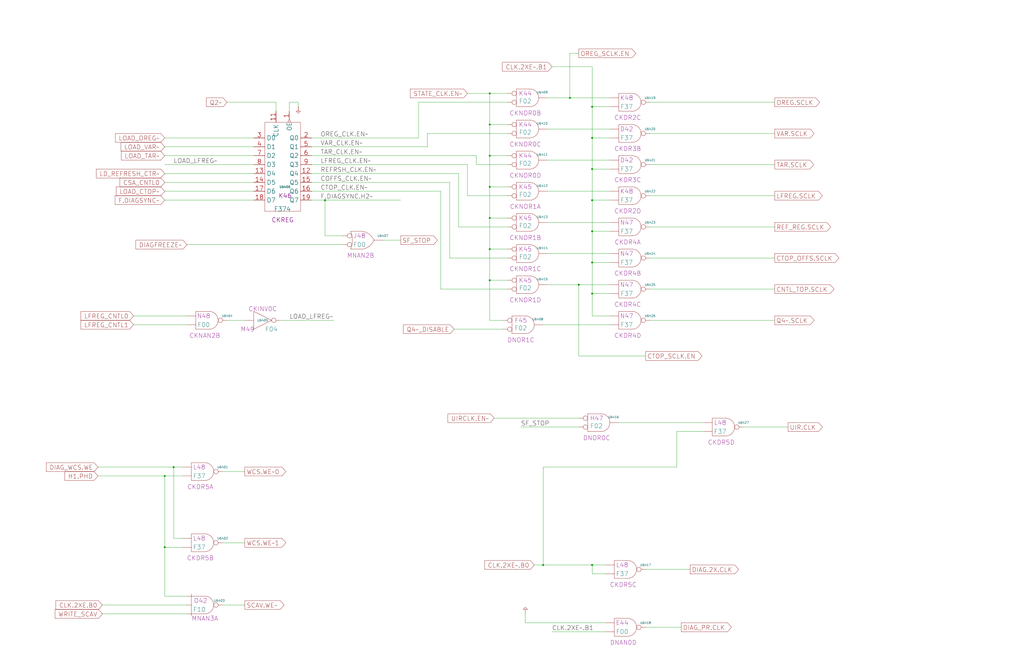
<source format=kicad_sch>
(kicad_sch (version 20250114) (generator "eeschema") (generator_version "9.0")
  (paper "User" 584.2 378.46)
  (title_block (title "CLOCK GENERATION") (date "20-MAR-90") (rev "1.0") (comment 1 "FIU") (comment 2 "232-003065") (comment 3 "S400") (comment 4 "RELEASED"))
  (lib_symbols
    (symbol "r1000:F00" (pin_numbers (hide yes)) (pin_names (hide yes))
      (property "Reference" "U" (at 15.24 0 0))
      (property "Value" "F00" (at 1.905 -5.08 0))
      (property "Location" "___" (at 1.905 0 0))
      (property "Name" "______" (at 2.54 -12.7 0))
      (symbol "F00_0_1"
        (polyline (pts (xy -2.54 2.54) (xy -2.54 -7.62)) (stroke (width 0.1524)))
        (polyline (pts (xy -2.54 2.54) (xy 5.08 2.54)) (stroke (width 0.1524)))
        (polyline (pts (xy -2.54 -7.62) (xy 5.08 -7.62)) (stroke (width 0.1524)))
        (arc (start 5.08 2.54) (mid 10.1281 -2.54) (end 5.08 -7.62) (stroke (width 0.1524)))
        (circle (center 11.43 -2.54) (radius 1.27) (stroke (width 0.1524)))
      )
      (symbol "F00_0_2"
        (arc (start -3.175 2.54) (mid -2.134 -2.54) (end -3.175 -7.62) (stroke (width 0.1524)))
        (circle (center -3.81 0) (radius 1.27) (stroke (width 0.1524)))
        (circle (center -3.81 -5.08) (radius 1.27) (stroke (width 0.1524)))
        (polyline (pts (xy -3.175 2.54) (xy 3.81 2.54)) (stroke (width 0.1524)))
        (polyline (pts (xy -3.175 -7.62) (xy 3.81 -7.62)) (stroke (width 0.1524)))
        (arc (start 3.81 2.54) (mid 7.5828 0.7472) (end 10.16 -2.54) (stroke (width 0.1524)))
        (arc (start 10.16 -2.54) (mid 7.5855 -5.8306) (end 3.81 -7.62) (stroke (width 0.1524)))
      )
      (symbol "F00_1_1"
        (pin input line (at -7.62 0 0) (length 5.08) (name "D0") (number "1"))
        (pin input line (at -7.62 -5.08 0) (length 5.08) (name "D1") (number "2"))
        (pin output line (at 15.24 -2.54 180) (length 2.54) (name "Q") (number "3"))
      )
      (symbol "F00_1_2"
        (pin input line (at -7.62 0 0) (length 2.54) (name "D0") (number "1"))
        (pin input line (at -7.62 -5.08 0) (length 2.54) (name "D1") (number "2"))
        (pin output line (at 15.24 -2.54 180) (length 5.08) (name "Q") (number "3"))
      )
    )
    (symbol "r1000:F02" (pin_numbers (hide yes)) (pin_names (hide yes))
      (property "Reference" "U" (at 12.16 0.635 0))
      (property "Value" "F02" (at -1.27 -4.445 0))
      (property "Location" "___" (at 2.54 0 0))
      (property "Name" "______" (at 2.54 -12.7 0))
      (symbol "F02_0_1"
        (arc (start -3.81 2.54) (mid -2.9847 -2.54) (end -3.81 -7.62) (stroke (width 0.1524)))
        (polyline (pts (xy -5.08 0) (xy -3.175 0)) (stroke (width 0.1524)))
        (polyline (pts (xy -5.08 -5.08) (xy -3.175 -5.08)) (stroke (width 0.1524)))
        (polyline (pts (xy -3.81 2.54) (xy 2.54 2.54)) (stroke (width 0.1524)))
        (polyline (pts (xy -3.81 -7.62) (xy 2.54 -7.62)) (stroke (width 0.1524)))
        (arc (start 2.54 2.54) (mid 6.9477 0.8966) (end 10.16 -2.54) (stroke (width 0.1524)))
        (arc (start 10.16 -2.54) (mid 6.9515 -5.9823) (end 2.54 -7.62) (stroke (width 0.1524)))
        (circle (center 11.43 -2.54) (radius 1.27) (stroke (width 0.1524)))
        (polyline (pts (xy 13.97 -2.54) (xy 12.7 -2.54)) (stroke (width 0.1524)))
      )
      (symbol "F02_0_2"
        (circle (center -3.81 0) (radius 1.27) (stroke (width 0.1524)))
        (circle (center -3.81 -5.08) (radius 1.27) (stroke (width 0.1524)))
        (polyline (pts (xy -2.54 2.54) (xy -2.54 -7.62)) (stroke (width 0.1524)))
        (polyline (pts (xy -2.54 2.54) (xy 5.08 2.54)) (stroke (width 0.1524)))
        (polyline (pts (xy -2.54 -7.62) (xy 5.08 -7.62)) (stroke (width 0.1524)))
        (arc (start 5.08 2.54) (mid 10.1281 -2.54) (end 5.08 -7.62) (stroke (width 0.1524)))
        (polyline (pts (xy 11.43 -2.54) (xy 10.16 -2.54)) (stroke (width 0.1524)))
        (polyline (pts (xy 11.43 -2.54) (xy 12.7 -2.54)) (stroke (width 0.1524)))
      )
      (symbol "F02_1_1"
        (pin input line (at -7.62 0 0) (length 2.54) (name "D0") (number "1"))
        (pin input line (at -7.62 -5.08 0) (length 2.54) (name "D1") (number "2"))
        (pin output line (at 15.24 -2.54 180) (length 1.27) (name "Q") (number "3"))
      )
      (symbol "F02_1_2"
        (pin input line (at -7.62 0 0) (length 2.54) (name "D0") (number "1"))
        (pin input line (at -7.62 -5.08 0) (length 2.54) (name "D1") (number "2"))
        (pin output line (at 15.24 -2.54 180) (length 2.54) (name "Q") (number "3"))
      )
    )
    (symbol "r1000:F04" (pin_numbers (hide yes)) (pin_names (hide yes))
      (property "Reference" "U" (at 0 0 0))
      (property "Value" "F04" (at 1.27 -5.08 0))
      (property "Location" "___" (at -12.7 -5.08 0))
      (property "Name" "______" (at 0 5.08 0))
      (symbol "F04_0_1"
        (polyline (pts (xy -7.62 0) (xy -5.08 0)) (stroke (width 0.1524)))
        (polyline (pts (xy -5.08 5.08) (xy -5.08 -5.08)) (stroke (width 0.1524)))
        (polyline (pts (xy 5.08 0) (xy -5.08 5.08)) (stroke (width 0.1524)))
        (polyline (pts (xy 5.08 0) (xy -5.08 -5.08)) (stroke (width 0.1524)))
        (circle (center 6.35 0) (radius 1.27) (stroke (width 0.1524)))
      )
      (symbol "F04_1_1"
        (pin input line (at -10.16 0 0) (length 2.54) (name "D0") (number "1"))
        (pin output line (at 10.16 0 180) (length 2.54) (name "Q") (number "2"))
      )
    )
    (symbol "r1000:F10" (pin_numbers (hide yes)) (pin_names (hide yes))
      (property "Reference" "U" (at 13.335 0 0))
      (property "Value" "F10" (at 5.715 -5.08 0))
      (property "Location" "___" (at -1.27 0 0))
      (property "Name" "______" (at -2.54 -10.16 0))
      (symbol "F10_0_1"
        (polyline (pts (xy -2.54 3.81) (xy -2.54 -8.89)) (stroke (width 0.1524)))
        (polyline (pts (xy -2.54 2.54) (xy 5.08 2.54)) (stroke (width 0.1524)))
        (polyline (pts (xy -2.54 -7.62) (xy 5.08 -7.62)) (stroke (width 0.1524)))
        (arc (start 5.08 2.54) (mid 10.1281 -2.54) (end 5.08 -7.62) (stroke (width 0.1524)))
        (circle (center 11.43 -2.54) (radius 1.27) (stroke (width 0.1524)))
      )
      (symbol "F10_0_2"
        (arc (start -2.54 2.54) (mid -1.8195 -2.54) (end -2.54 -7.62) (stroke (width 0.1524)))
        (polyline (pts (xy -4.445 -2.54) (xy -5.08 -2.54)) (stroke (width 0.1524)))
        (circle (center -3.81 2.54) (radius 1.27) (stroke (width 0.1524)))
        (circle (center -3.81 -7.62) (radius 1.27) (stroke (width 0.1524)))
        (circle (center -3.175 -2.54) (radius 1.27) (stroke (width 0.1524)))
        (polyline (pts (xy -2.54 2.54) (xy 5.08 2.54)) (stroke (width 0.1524)))
        (polyline (pts (xy -2.54 -7.62) (xy 5.08 -7.62)) (stroke (width 0.1524)))
        (arc (start 5.08 2.54) (mid 8.4807 0.6111) (end 10.795 -2.54) (stroke (width 0.1524)))
        (arc (start 10.795 -2.54) (mid 8.4844 -5.6952) (end 5.08 -7.62) (stroke (width 0.1524)))
        (polyline (pts (xy 10.795 -2.54) (xy 12.7 -2.54)) (stroke (width 0.1524)))
      )
      (symbol "F10_1_1"
        (pin input line (at -5.08 2.54 0) (length 2.54) (name "D0") (number "1"))
        (pin input line (at -5.08 -2.54 0) (length 2.54) (name "D1") (number "2"))
        (pin input line (at -5.08 -7.62 0) (length 2.54) (name "D2") (number "3"))
        (pin output line (at 15.24 -2.54 180) (length 2.54) (name "Q") (number "4"))
      )
      (symbol "F10_1_2"
        (pin input line (at -5.08 2.54 0) (length 0) (name "D0") (number "1"))
        (pin input line (at -5.08 -2.54 0) (length 0) (name "D1") (number "2"))
        (pin input line (at -5.08 -7.62 0) (length 0) (name "D2") (number "3"))
        (pin output line (at 15.24 -2.54 180) (length 2.54) (name "Q") (number "4"))
      )
    )
    (symbol "r1000:F37" (pin_numbers (hide yes)) (pin_names (offset 0) (hide yes))
      (property "Reference" "U" (at 15.24 0 0))
      (property "Value" "F37" (at 1.905 -5.08 0))
      (property "Location" "___" (at 1.905 0 0))
      (property "Name" "______" (at 2.54 -12.7 0))
      (symbol "F37_0_1"
        (polyline (pts (xy -2.54 2.54) (xy -2.54 -7.62)) (stroke (width 0.1524)))
        (polyline (pts (xy -2.54 2.54) (xy 5.08 2.54)) (stroke (width 0.1524)))
        (polyline (pts (xy -2.54 -7.62) (xy 5.08 -7.62)) (stroke (width 0.1524)))
        (arc (start 5.08 2.54) (mid 10.1281 -2.54) (end 5.08 -7.62) (stroke (width 0.1524)))
        (circle (center 11.43 -2.54) (radius 1.27) (stroke (width 0.1524)))
      )
      (symbol "F37_0_2"
        (arc (start -3.175 2.54) (mid -2.134 -2.54) (end -3.175 -7.62) (stroke (width 0.1524)))
        (circle (center -3.81 0) (radius 1.27) (stroke (width 0.1524)))
        (circle (center -3.81 -5.08) (radius 1.27) (stroke (width 0.1524)))
        (polyline (pts (xy -3.175 2.54) (xy 3.81 2.54)) (stroke (width 0.1524)))
        (polyline (pts (xy -3.175 -7.62) (xy 3.81 -7.62)) (stroke (width 0.1524)))
        (arc (start 3.81 2.54) (mid 7.5828 0.7472) (end 10.16 -2.54) (stroke (width 0.1524)))
        (arc (start 10.16 -2.54) (mid 7.5855 -5.8306) (end 3.81 -7.62) (stroke (width 0.1524)))
      )
      (symbol "F37_1_1"
        (pin input line (at -7.62 0 0) (length 5.08) (name "D0") (number "1"))
        (pin input line (at -7.62 -5.08 0) (length 5.08) (name "D1") (number "2"))
        (pin output line (at 15.24 -2.54 180) (length 2.54) (name "Q") (number "3"))
      )
      (symbol "F37_1_2"
        (pin input line (at -7.62 0 0) (length 2.54) (name "D0") (number "1"))
        (pin input line (at -7.62 -5.08 0) (length 2.54) (name "D1") (number "2"))
        (pin output line (at 15.24 -2.54 180) (length 5.08) (name "Q") (number "3"))
      )
    )
    (symbol "r1000:F374" (pin_names (offset 1.016))
      (property "Reference" "U" (at 2.54 5.08 0))
      (property "Value" "F374" (at -3.81 -7.62 0))
      (property "Location" "___" (at -1.27 0 0))
      (property "Name" "______" (at 1.27 -15.24 0))
      (symbol "F374_1_1"
        (rectangle (start -8.89 41.91) (end 11.43 -8.89))
        (circle (center 5.08 42.545) (radius 0.635))
        (pin input line (at -15.24 33.02 0) (length 6.35) (name "D0") (number "3"))
        (pin input line (at -15.24 27.94 0) (length 6.35) (name "D1") (number "4"))
        (pin input line (at -15.24 22.86 0) (length 6.35) (name "D2") (number "7"))
        (pin input line (at -15.24 17.78 0) (length 6.35) (name "D3") (number "8"))
        (pin input line (at -15.24 12.7 0) (length 6.35) (name "D4") (number "13"))
        (pin input line (at -15.24 7.62 0) (length 6.35) (name "D5") (number "14"))
        (pin input line (at -15.24 2.54 0) (length 6.35) (name "D6") (number "17"))
        (pin input line (at -15.24 -2.54 0) (length 6.35) (name "D7") (number "18"))
        (pin input line (at -2.54 48.26 270) (length 6.35) (name "CLK") (number "11"))
        (pin input line (at 5.08 48.26 270) (length 5.08) (name "OE") (number "1"))
        (pin tri_state line (at 17.78 33.02 180) (length 6.35) (name "Q0") (number "2"))
        (pin tri_state line (at 17.78 27.94 180) (length 6.35) (name "Q1") (number "5"))
        (pin tri_state line (at 17.78 22.86 180) (length 6.35) (name "Q2") (number "6"))
        (pin tri_state line (at 17.78 17.78 180) (length 6.35) (name "Q3") (number "9"))
        (pin tri_state line (at 17.78 12.7 180) (length 6.35) (name "Q4") (number "12"))
        (pin tri_state line (at 17.78 7.62 180) (length 6.35) (name "Q5") (number "15"))
        (pin tri_state line (at 17.78 2.54 180) (length 6.35) (name "Q6") (number "16"))
        (pin tri_state line (at 17.78 -2.54 180) (length 6.35) (name "Q7") (number "19"))
      )
    )
    (symbol "r1000:PD" (power) (pin_numbers (hide yes)) (pin_names (hide yes)) (in_bom no)
      (symbol "PD_0_1"
        (polyline (pts (xy 0 -2.54) (xy 1.27 -2.54) (xy 0 -3.81) (xy -1.27 -2.54) (xy 0 -2.54)) (stroke (width 0.1524)))
      )
      (symbol "PD_1_1"
        (pin power_in line (at 0 0 270) (length 2.54) (name "PD") (number "1"))
      )
    )
    (symbol "r1000:PU" (power) (pin_numbers (hide yes)) (pin_names (hide yes))
      (symbol "PU_0_1"
        (polyline (pts (xy 0 2.54) (xy -1.27 2.54) (xy 0 3.81) (xy 1.27 2.54) (xy 0 2.54)) (stroke (width 0.1524)))
      )
      (symbol "PU_1_1"
        (pin power_in line (at 0 0 90) (length 2.54) (name "PU") (number "1"))
      )
    )
  )
  (junction (at 337.82 167.64))
  (junction (at 337.82 132.08))
  (junction (at 337.82 78.74))
  (junction (at 309.88 322.58))
  (junction (at 337.82 322.58))
  (junction (at 330.2 162.56))
  (junction (at 325.12 55.88))
  (junction (at 279.4 88.9))
  (junction (at 337.82 114.3))
  (junction (at 337.82 96.52))
  (junction (at 337.82 149.86))
  (junction (at 279.4 53.34))
  (junction (at 337.82 60.96))
  (junction (at 99.06 266.7))
  (junction (at 93.98 312.42))
  (junction (at 279.4 106.68))
  (junction (at 185.42 114.3))
  (junction (at 279.4 71.12))
  (junction (at 93.98 271.78))
  (junction (at 279.4 160.02))
  (junction (at 279.4 124.46))
  (junction (at 279.4 142.24))
  (wire (pts (xy 170.18 58.42) (xy 170.18 60.96)))
  (wire (pts (xy 312.42 109.22) (xy 347.98 109.22)))
  (wire (pts (xy 127 345.44) (xy 139.7 345.44)))
  (wire (pts (xy 424.18 243.84) (xy 449.58 243.84)))
  (wire (pts (xy 337.82 167.64) (xy 337.82 149.86)))
  (wire (pts (xy 279.4 88.9) (xy 279.4 71.12)))
  (wire (pts (xy 353.06 241.3) (xy 401.32 241.3)))
  (wire (pts (xy 157.48 63.5) (xy 157.48 58.42)))
  (wire (pts (xy 185.42 114.3) (xy 228.6 114.3)))
  (wire (pts (xy 177.8 83.82) (xy 243.84 83.82)))
  (wire (pts (xy 93.98 104.14) (xy 144.78 104.14)))
  (wire (pts (xy 93.98 78.74) (xy 144.78 78.74)))
  (wire (pts (xy 266.7 93.98) (xy 266.7 111.76)))
  (wire (pts (xy 127 309.88) (xy 139.7 309.88)))
  (wire (pts (xy 279.4 124.46) (xy 279.4 106.68)))
  (wire (pts (xy 279.4 88.9) (xy 289.56 88.9)))
  (wire (pts (xy 93.98 114.3) (xy 144.78 114.3)))
  (wire (pts (xy 337.82 78.74) (xy 337.82 60.96)))
  (wire (pts (xy 177.8 109.22) (xy 251.46 109.22)))
  (wire (pts (xy 289.56 160.02) (xy 279.4 160.02)))
  (wire (pts (xy 386.08 246.38) (xy 386.08 266.7)))
  (wire (pts (xy 281.94 238.76) (xy 330.2 238.76)))
  (wire (pts (xy 218.44 137.16) (xy 228.6 137.16)))
  (wire (pts (xy 370.84 182.88) (xy 441.96 182.88)))
  (wire (pts (xy 337.82 180.34) (xy 337.82 167.64)))
  (wire (pts (xy 185.42 134.62) (xy 185.42 114.3)))
  (wire (pts (xy 93.98 88.9) (xy 144.78 88.9)))
  (wire (pts (xy 312.42 144.78) (xy 347.98 144.78)))
  (wire (pts (xy 401.32 246.38) (xy 386.08 246.38)))
  (wire (pts (xy 243.84 76.2) (xy 289.56 76.2)))
  (wire (pts (xy 271.78 93.98) (xy 289.56 93.98)))
  (wire (pts (xy 93.98 312.42) (xy 93.98 271.78)))
  (wire (pts (xy 93.98 340.36) (xy 93.98 312.42)))
  (wire (pts (xy 106.68 340.36) (xy 93.98 340.36)))
  (wire (pts (xy 177.8 114.3) (xy 185.42 114.3)))
  (wire (pts (xy 347.98 180.34) (xy 337.82 180.34)))
  (wire (pts (xy 266.7 111.76) (xy 289.56 111.76)))
  (wire (pts (xy 76.2 185.42) (xy 106.68 185.42)))
  (wire (pts (xy 347.98 114.3) (xy 337.82 114.3)))
  (wire (pts (xy 251.46 165.1) (xy 289.56 165.1)))
  (wire (pts (xy 104.14 312.42) (xy 93.98 312.42)))
  (wire (pts (xy 279.4 182.88) (xy 279.4 160.02)))
  (wire (pts (xy 76.2 180.34) (xy 106.68 180.34)))
  (wire (pts (xy 99.06 266.7) (xy 104.14 266.7)))
  (wire (pts (xy 368.3 203.2) (xy 330.2 203.2)))
  (wire (pts (xy 304.8 322.58) (xy 309.88 322.58)))
  (wire (pts (xy 279.4 142.24) (xy 279.4 124.46)))
  (wire (pts (xy 55.88 266.7) (xy 99.06 266.7)))
  (wire (pts (xy 370.84 165.1) (xy 441.96 165.1)))
  (wire (pts (xy 58.42 350.52) (xy 106.68 350.52)))
  (wire (pts (xy 243.84 83.82) (xy 243.84 76.2)))
  (wire (pts (xy 238.76 78.74) (xy 238.76 58.42)))
  (wire (pts (xy 279.4 53.34) (xy 289.56 53.34)))
  (wire (pts (xy 271.78 88.9) (xy 271.78 93.98)))
  (wire (pts (xy 177.8 88.9) (xy 271.78 88.9)))
  (wire (pts (xy 106.68 139.7) (xy 195.58 139.7)))
  (wire (pts (xy 104.14 307.34) (xy 99.06 307.34)))
  (wire (pts (xy 312.42 91.44) (xy 347.98 91.44)))
  (wire (pts (xy 279.4 106.68) (xy 279.4 88.9)))
  (wire (pts (xy 297.18 243.84) (xy 330.2 243.84)))
  (wire (pts (xy 347.98 167.64) (xy 337.82 167.64)))
  (wire (pts (xy 93.98 99.06) (xy 144.78 99.06)))
  (wire (pts (xy 279.4 142.24) (xy 289.56 142.24)))
  (wire (pts (xy 256.54 147.32) (xy 289.56 147.32)))
  (wire (pts (xy 347.98 96.52) (xy 337.82 96.52)))
  (wire (pts (xy 93.98 109.22) (xy 144.78 109.22)))
  (wire (pts (xy 238.76 58.42) (xy 289.56 58.42)))
  (wire (pts (xy 345.44 355.6) (xy 299.72 355.6)))
  (wire (pts (xy 279.4 71.12) (xy 289.56 71.12)))
  (wire (pts (xy 99.06 307.34) (xy 99.06 266.7)))
  (wire (pts (xy 279.4 106.68) (xy 289.56 106.68)))
  (wire (pts (xy 259.08 187.96) (xy 287.02 187.96)))
  (wire (pts (xy 370.84 93.98) (xy 441.96 93.98)))
  (wire (pts (xy 325.12 55.88) (xy 347.98 55.88)))
  (wire (pts (xy 370.84 76.2) (xy 441.96 76.2)))
  (wire (pts (xy 312.42 55.88) (xy 325.12 55.88)))
  (wire (pts (xy 370.84 147.32) (xy 441.96 147.32)))
  (wire (pts (xy 330.2 203.2) (xy 330.2 162.56)))
  (wire (pts (xy 93.98 83.82) (xy 144.78 83.82)))
  (wire (pts (xy 58.42 345.44) (xy 106.68 345.44)))
  (wire (pts (xy 177.8 78.74) (xy 238.76 78.74)))
  (wire (pts (xy 256.54 104.14) (xy 256.54 147.32)))
  (wire (pts (xy 347.98 149.86) (xy 337.82 149.86)))
  (wire (pts (xy 330.2 30.48) (xy 325.12 30.48)))
  (wire (pts (xy 325.12 30.48) (xy 325.12 55.88)))
  (wire (pts (xy 312.42 127) (xy 347.98 127)))
  (wire (pts (xy 347.98 132.08) (xy 337.82 132.08)))
  (wire (pts (xy 165.1 58.42) (xy 165.1 63.5)))
  (wire (pts (xy 279.4 124.46) (xy 289.56 124.46)))
  (wire (pts (xy 337.82 38.1) (xy 314.96 38.1)))
  (wire (pts (xy 337.82 60.96) (xy 337.82 38.1)))
  (wire (pts (xy 251.46 109.22) (xy 251.46 165.1)))
  (wire (pts (xy 157.48 58.42) (xy 129.54 58.42)))
  (wire (pts (xy 266.7 53.34) (xy 279.4 53.34)))
  (wire (pts (xy 370.84 129.54) (xy 441.96 129.54)))
  (wire (pts (xy 177.8 93.98) (xy 266.7 93.98)))
  (wire (pts (xy 312.42 162.56) (xy 330.2 162.56)))
  (wire (pts (xy 337.82 132.08) (xy 337.82 114.3)))
  (wire (pts (xy 177.8 99.06) (xy 261.62 99.06)))
  (wire (pts (xy 337.82 327.66) (xy 337.82 322.58)))
  (wire (pts (xy 127 269.24) (xy 139.7 269.24)))
  (wire (pts (xy 299.72 355.6) (xy 299.72 350.52)))
  (wire (pts (xy 93.98 271.78) (xy 104.14 271.78)))
  (wire (pts (xy 312.42 73.66) (xy 347.98 73.66)))
  (wire (pts (xy 309.88 266.7) (xy 309.88 322.58)))
  (wire (pts (xy 347.98 60.96) (xy 337.82 60.96)))
  (wire (pts (xy 330.2 162.56) (xy 347.98 162.56)))
  (wire (pts (xy 93.98 93.98) (xy 144.78 93.98)))
  (wire (pts (xy 170.18 58.42) (xy 165.1 58.42)))
  (wire (pts (xy 368.3 358.14) (xy 388.62 358.14)))
  (wire (pts (xy 370.84 111.76) (xy 441.96 111.76)))
  (wire (pts (xy 261.62 129.54) (xy 289.56 129.54)))
  (wire (pts (xy 386.08 266.7) (xy 309.88 266.7)))
  (wire (pts (xy 337.82 96.52) (xy 337.82 78.74)))
  (wire (pts (xy 337.82 322.58) (xy 345.44 322.58)))
  (wire (pts (xy 279.4 160.02) (xy 279.4 142.24)))
  (wire (pts (xy 314.96 360.68) (xy 345.44 360.68)))
  (wire (pts (xy 337.82 114.3) (xy 337.82 96.52)))
  (wire (pts (xy 309.88 185.42) (xy 347.98 185.42)))
  (wire (pts (xy 261.62 99.06) (xy 261.62 129.54)))
  (wire (pts (xy 368.3 325.12) (xy 393.7 325.12)))
  (wire (pts (xy 309.88 322.58) (xy 337.82 322.58)))
  (wire (pts (xy 279.4 71.12) (xy 279.4 53.34)))
  (wire (pts (xy 177.8 104.14) (xy 256.54 104.14)))
  (wire (pts (xy 287.02 182.88) (xy 279.4 182.88)))
  (wire (pts (xy 129.54 182.88) (xy 139.7 182.88)))
  (wire (pts (xy 345.44 327.66) (xy 337.82 327.66)))
  (wire (pts (xy 160.02 182.88) (xy 190.5 182.88)))
  (wire (pts (xy 337.82 149.86) (xy 337.82 132.08)))
  (wire (pts (xy 370.84 58.42) (xy 441.96 58.42)))
  (wire (pts (xy 195.58 134.62) (xy 185.42 134.62)))
  (wire (pts (xy 347.98 78.74) (xy 337.82 78.74)))
  (wire (pts (xy 55.88 271.78) (xy 93.98 271.78)))
  (label "CLK.2XE~.B1" (at 314.96 360.68 0) (effects (font (size 2.54 2.54))))
  (label "TAR_CLK.EN~" (at 182.88 88.9 0) (effects (font (size 2.54 2.54))))
  (label "VAR_CLK.EN~" (at 182.88 83.82 0) (effects (font (size 2.54 2.54))))
  (label "LFREG_CLK.EN~" (at 182.88 93.98 0) (effects (font (size 2.54 2.54))))
  (label "OREG_CLK.EN~" (at 182.88 78.74 0) (effects (font (size 2.54 2.54))))
  (label "COFFS_CLK.EN~" (at 182.88 104.14 0) (effects (font (size 2.54 2.54))))
  (label "REFRSH_CLK.EN~" (at 182.88 99.06 0) (effects (font (size 2.54 2.54))))
  (label "LOAD_LFREG~" (at 165.1 182.88 0) (effects (font (size 2.54 2.54))))
  (label "F.DIAGSYNC.H2~" (at 182.88 114.3 0) (effects (font (size 2.54 2.54))))
  (label "CTOP_CLK.EN~" (at 182.88 109.22 0) (effects (font (size 2.54 2.54))))
  (label "LOAD_LFREG~" (at 99.06 93.98 0) (effects (font (size 2.54 2.54))))
  (label "SF_STOP" (at 297.18 243.84 0) (effects (font (size 2.54 2.54))))
  (global_label "WCS.WE~1" (shape output) (at 139.7 309.88 0) (effects (font (size 2.54 2.54))) (property "Intersheetrefs" "${INTERSHEET_REFS}" (at 162.8412 309.7213 0) (effects (font (size 1.905 1.905)) (justify left))))
  (global_label "SF_STOP" (shape output) (at 228.6 137.16 0) (effects (font (size 2.54 2.54))) (property "Intersheetrefs" "${INTERSHEET_REFS}" (at 249.3222 137.0013 0) (effects (font (size 1.905 1.905)) (justify left))))
  (global_label "CNTL_TOP.SCLK" (shape output) (at 441.96 165.1 0) (effects (font (size 2.54 2.54))) (property "Intersheetrefs" "${INTERSHEET_REFS}" (at 475.6241 164.9413 0) (effects (font (size 1.905 1.905)) (justify left))))
  (global_label "WRITE_SCAV" (shape input) (at 58.42 350.52 180) (effects (font (size 2.54 2.54))) (property "Intersheetrefs" "${INTERSHEET_REFS}" (at 31.6502 350.3613 0) (effects (font (size 1.905 1.905)) (justify right))))
  (global_label "OREG.SCLK" (shape output) (at 441.96 58.42 0) (effects (font (size 2.54 2.54))) (property "Intersheetrefs" "${INTERSHEET_REFS}" (at 467.3993 58.2613 0) (effects (font (size 1.905 1.905)) (justify left))))
  (global_label "LOAD_VAR~" (shape input) (at 93.98 83.82 180) (effects (font (size 2.54 2.54))) (property "Intersheetrefs" "${INTERSHEET_REFS}" (at 69.2664 83.6613 0) (effects (font (size 1.905 1.905)) (justify right))))
  (global_label "LOAD_CTOP~" (shape input) (at 93.98 109.22 180) (effects (font (size 2.54 2.54))) (property "Intersheetrefs" "${INTERSHEET_REFS}" (at 66.4845 109.0613 0) (effects (font (size 1.905 1.905)) (justify right))))
  (global_label "CTOP_OFFS.SCLK" (shape output) (at 441.96 147.32 0) (effects (font (size 2.54 2.54))) (property "Intersheetrefs" "${INTERSHEET_REFS}" (at 478.406 147.1613 0) (effects (font (size 1.905 1.905)) (justify left))))
  (global_label "DIAG_WCS.WE" (shape input) (at 55.88 266.7 180) (effects (font (size 2.54 2.54))) (property "Intersheetrefs" "${INTERSHEET_REFS}" (at 26.3797 266.5413 0) (effects (font (size 1.905 1.905)) (justify right))))
  (global_label "DIAG.2X.CLK" (shape output) (at 393.7 325.12 0) (effects (font (size 2.54 2.54))) (property "Intersheetrefs" "${INTERSHEET_REFS}" (at 421.1955 324.9613 0) (effects (font (size 1.905 1.905)) (justify left))))
  (global_label "Q2~" (shape input) (at 129.54 58.42 180) (effects (font (size 2.54 2.54))) (property "Intersheetrefs" "${INTERSHEET_REFS}" (at 118.0102 58.2613 0) (effects (font (size 1.905 1.905)) (justify right))))
  (global_label "H1.PHD" (shape input) (at 55.88 271.78 180) (effects (font (size 2.54 2.54))) (property "Intersheetrefs" "${INTERSHEET_REFS}" (at 37.214 271.6213 0) (effects (font (size 1.905 1.905)) (justify right))))
  (global_label "LD_REFRESH_CTR~" (shape input) (at 93.98 99.06 180) (effects (font (size 2.54 2.54))) (property "Intersheetrefs" "${INTERSHEET_REFS}" (at 55.115 98.9013 0) (effects (font (size 1.905 1.905)) (justify right))))
  (global_label "F.DIAGSYNC~" (shape input) (at 93.98 114.3 180) (effects (font (size 2.54 2.54))) (property "Intersheetrefs" "${INTERSHEET_REFS}" (at 65.8797 114.1413 0) (effects (font (size 1.905 1.905)) (justify right))))
  (global_label "DIAG_PR.CLK" (shape output) (at 388.62 358.14 0) (effects (font (size 2.54 2.54))) (property "Intersheetrefs" "${INTERSHEET_REFS}" (at 417.0831 357.9813 0) (effects (font (size 1.905 1.905)) (justify left))))
  (global_label "LFREG.SCLK" (shape output) (at 441.96 111.76 0) (effects (font (size 2.54 2.54))) (property "Intersheetrefs" "${INTERSHEET_REFS}" (at 468.9717 111.6013 0) (effects (font (size 1.905 1.905)) (justify left))))
  (global_label "WCS.WE~0" (shape output) (at 139.7 269.24 0) (effects (font (size 2.54 2.54))) (property "Intersheetrefs" "${INTERSHEET_REFS}" (at 162.8412 269.0813 0) (effects (font (size 1.905 1.905)) (justify left))))
  (global_label "TAR.SCLK" (shape output) (at 441.96 93.98 0) (effects (font (size 2.54 2.54))) (property "Intersheetrefs" "${INTERSHEET_REFS}" (at 464.0126 93.8213 0) (effects (font (size 1.905 1.905)) (justify left))))
  (global_label "LFREG_CNTL1" (shape input) (at 76.2 185.42 180) (effects (font (size 2.54 2.54))) (property "Intersheetrefs" "${INTERSHEET_REFS}" (at 46.4064 185.2613 0) (effects (font (size 1.905 1.905)) (justify right))))
  (global_label "LFREG_CNTL0" (shape input) (at 76.2 180.34 180) (effects (font (size 2.54 2.54))) (property "Intersheetrefs" "${INTERSHEET_REFS}" (at 46.4064 180.1813 0) (effects (font (size 1.905 1.905)) (justify right))))
  (global_label "REF_REG.SCLK" (shape output) (at 441.96 129.54 0) (effects (font (size 2.54 2.54))) (property "Intersheetrefs" "${INTERSHEET_REFS}" (at 473.6888 129.3813 0) (effects (font (size 1.905 1.905)) (justify left))))
  (global_label "CLK.2XE~.B0" (shape input) (at 304.8 322.58 180) (effects (font (size 2.54 2.54))) (property "Intersheetrefs" "${INTERSHEET_REFS}" (at 276.6997 322.4213 0) (effects (font (size 1.905 1.905)) (justify right))))
  (global_label "CLK.2XE.B0" (shape input) (at 58.42 345.44 180) (effects (font (size 2.54 2.54))) (property "Intersheetrefs" "${INTERSHEET_REFS}" (at 32.134 345.2813 0) (effects (font (size 1.905 1.905)) (justify right))))
  (global_label "SCAV.WE~" (shape output) (at 139.7 345.44 0) (effects (font (size 2.54 2.54))) (property "Intersheetrefs" "${INTERSHEET_REFS}" (at 161.8736 345.2813 0) (effects (font (size 1.905 1.905)) (justify left))))
  (global_label "LOAD_OREG~" (shape input) (at 93.98 78.74 180) (effects (font (size 2.54 2.54))) (property "Intersheetrefs" "${INTERSHEET_REFS}" (at 65.9311 78.5813 0) (effects (font (size 1.905 1.905)) (justify right))))
  (global_label "UIRCLK.EN~" (shape input) (at 281.94 238.76 180) (effects (font (size 2.54 2.54))) (property "Intersheetrefs" "${INTERSHEET_REFS}" (at 255.775 238.6013 0) (effects (font (size 1.905 1.905)) (justify right))))
  (global_label "STATE_CLK.EN~" (shape input) (at 266.7 53.34 180) (effects (font (size 2.54 2.54))) (property "Intersheetrefs" "${INTERSHEET_REFS}" (at 234.2455 53.1813 0) (effects (font (size 1.905 1.905)) (justify right))))
  (global_label "VAR.SCLK" (shape output) (at 441.96 76.2 0) (effects (font (size 2.54 2.54))) (property "Intersheetrefs" "${INTERSHEET_REFS}" (at 464.2545 76.0413 0) (effects (font (size 1.905 1.905)) (justify left))))
  (global_label "OREG_SCLK.EN" (shape output) (at 330.2 30.48 0) (effects (font (size 2.54 2.54))) (property "Intersheetrefs" "${INTERSHEET_REFS}" (at 362.5336 30.3213 0) (effects (font (size 1.905 1.905)) (justify left))))
  (global_label "Q4~.SCLK" (shape output) (at 441.96 182.88 0) (effects (font (size 2.54 2.54))) (property "Intersheetrefs" "${INTERSHEET_REFS}" (at 464.2545 182.7213 0) (effects (font (size 1.905 1.905)) (justify left))))
  (global_label "UIR.CLK" (shape output) (at 449.58 243.84 0) (effects (font (size 2.54 2.54))) (property "Intersheetrefs" "${INTERSHEET_REFS}" (at 468.9717 243.6813 0) (effects (font (size 1.905 1.905)) (justify left))))
  (global_label "CSA_CNTL0" (shape input) (at 93.98 104.14 180) (effects (font (size 2.54 2.54))) (property "Intersheetrefs" "${INTERSHEET_REFS}" (at 68.6616 103.9813 0) (effects (font (size 1.905 1.905)) (justify right))))
  (global_label "Q4~_DISABLE" (shape input) (at 259.08 187.96 180) (effects (font (size 2.54 2.54))) (property "Intersheetrefs" "${INTERSHEET_REFS}" (at 230.375 187.8013 0) (effects (font (size 1.905 1.905)) (justify right))))
  (global_label "CTOP_SCLK.EN" (shape output) (at 368.3 203.2 0) (effects (font (size 2.54 2.54))) (property "Intersheetrefs" "${INTERSHEET_REFS}" (at 400.2707 203.0413 0) (effects (font (size 1.905 1.905)) (justify left))))
  (global_label "CLK.2XE~.B1" (shape input) (at 314.96 38.1 180) (effects (font (size 2.54 2.54))) (property "Intersheetrefs" "${INTERSHEET_REFS}" (at 286.8597 37.9413 0) (effects (font (size 1.905 1.905)) (justify right))))
  (global_label "LOAD_TAR~" (shape input) (at 93.98 88.9 180) (effects (font (size 2.54 2.54))) (property "Intersheetrefs" "${INTERSHEET_REFS}" (at 69.5083 88.7413 0) (effects (font (size 1.905 1.905)) (justify right))))
  (global_label "DIAGFREEZE~" (shape input) (at 106.68 139.7 180) (effects (font (size 2.54 2.54))) (property "Intersheetrefs" "${INTERSHEET_REFS}" (at 77.7331 139.5413 0) (effects (font (size 1.905 1.905)) (justify right))))
  (symbol (lib_id "r1000:F37") (at 355.6 109.22 0) (unit 1)
    (property "Reference" "U6422" (at 370.84 109.22 0))
    (property "Value" "F37" (at 357.505 114.3 0) (effects (font (size 2.54 2.54))))
    (property "Location" "K48" (at 357.505 109.22 0) (effects (font (size 2.54 2.54))))
    (property "Name" "CKDR2D" (at 358.14 121.92 0) (effects (font (size 2.54 2.54)) (justify bottom)))
  )
  (symbol (lib_id "r1000:F10") (at 111.76 342.9 0) (unit 1)
    (property "Reference" "U6403" (at 125.095 342.9 0))
    (property "Value" "F10" (at 117.475 347.98 0) (effects (font (size 2.54 2.54)) (justify right)))
    (property "Location" "O42" (at 110.49 342.9 0) (effects (font (size 2.54 2.54)) (justify left)))
    (property "Name" "MNAN3A" (at 109.22 353.06 0) (effects (font (size 2.54 2.54)) (justify left)))
  )
  (symbol (lib_id "r1000:F02") (at 297.18 160.02 0) (unit 1) (convert 2)
    (property "Reference" "U6415" (at 309.34 159.385 0))
    (property "Value" "F02" (at 295.91 164.465 0) (effects (font (size 2.54 2.54)) (justify left)))
    (property "Location" "K45" (at 299.72 160.02 0) (effects (font (size 2.54 2.54))))
    (property "Name" "CKNOR1D" (at 299.72 172.72 0) (effects (font (size 2.54 2.54)) (justify bottom)))
  )
  (symbol (lib_id "r1000:PU") (at 299.72 350.52 0) (unit 1)
    (property "Reference" "#PWR06401" (effects (hide yes)))
    (property "Value" "PU" (effects (hide yes)))
  )
  (symbol (lib_id "r1000:F37") (at 355.6 73.66 0) (unit 1)
    (property "Reference" "U6420" (at 370.84 73.66 0))
    (property "Value" "F37" (at 357.505 78.74 0) (effects (font (size 2.54 2.54))))
    (property "Location" "D42" (at 357.505 73.66 0) (effects (font (size 2.54 2.54))))
    (property "Name" "CKDR3B" (at 358.14 86.36 0) (effects (font (size 2.54 2.54)) (justify bottom)))
  )
  (symbol (lib_id "r1000:F37") (at 111.76 307.34 0) (unit 1)
    (property "Reference" "U6402" (at 127 307.34 0))
    (property "Value" "F37" (at 113.665 312.42 0) (effects (font (size 2.54 2.54))))
    (property "Location" "L48" (at 113.665 307.34 0) (effects (font (size 2.54 2.54))))
    (property "Name" "CKDR5B" (at 114.3 320.04 0) (effects (font (size 2.54 2.54)) (justify bottom)))
  )
  (symbol (lib_id "r1000:F02") (at 297.18 142.24 0) (unit 1) (convert 2)
    (property "Reference" "U6414" (at 309.34 141.605 0))
    (property "Value" "F02" (at 295.91 146.685 0) (effects (font (size 2.54 2.54)) (justify left)))
    (property "Location" "K45" (at 299.72 142.24 0) (effects (font (size 2.54 2.54))))
    (property "Name" "CKNOR1C" (at 299.72 154.94 0) (effects (font (size 2.54 2.54)) (justify bottom)))
  )
  (symbol (lib_id "r1000:F02") (at 297.18 106.68 0) (unit 1) (convert 2)
    (property "Reference" "U6412" (at 309.34 106.045 0))
    (property "Value" "F02" (at 295.91 111.125 0) (effects (font (size 2.54 2.54)) (justify left)))
    (property "Location" "K45" (at 299.72 106.68 0) (effects (font (size 2.54 2.54))))
    (property "Name" "CKNOR1A" (at 299.72 119.38 0) (effects (font (size 2.54 2.54)) (justify bottom)))
  )
  (symbol (lib_id "r1000:F37") (at 353.06 322.58 0) (unit 1)
    (property "Reference" "U6417" (at 368.3 322.58 0))
    (property "Value" "F37" (at 354.965 327.66 0) (effects (font (size 2.54 2.54))))
    (property "Location" "L48" (at 354.965 322.58 0) (effects (font (size 2.54 2.54))))
    (property "Name" "CKDR5C" (at 355.6 335.28 0) (effects (font (size 2.54 2.54)) (justify bottom)))
  )
  (symbol (lib_id "r1000:F02") (at 294.64 182.88 0) (unit 1) (convert 2)
    (property "Reference" "U6408" (at 306.8 182.245 0))
    (property "Value" "F02" (at 293.37 187.325 0) (effects (font (size 2.54 2.54)) (justify left)))
    (property "Location" "F45" (at 297.18 182.88 0) (effects (font (size 2.54 2.54))))
    (property "Name" "DNOR1C" (at 297.18 195.58 0) (effects (font (size 2.54 2.54)) (justify bottom)))
  )
  (symbol (lib_id "r1000:F37") (at 355.6 55.88 0) (unit 1)
    (property "Reference" "U6419" (at 370.84 55.88 0))
    (property "Value" "F37" (at 357.505 60.96 0) (effects (font (size 2.54 2.54))))
    (property "Location" "K48" (at 357.505 55.88 0) (effects (font (size 2.54 2.54))))
    (property "Name" "CKDR2C" (at 358.14 68.58 0) (effects (font (size 2.54 2.54)) (justify bottom)))
  )
  (symbol (lib_id "r1000:PD") (at 170.18 60.96 0) (unit 1) (in_bom no)
    (property "Reference" "#PWR0218" (effects (hide yes)))
    (property "Value" "PD" (effects (hide yes)))
  )
  (symbol (lib_id "r1000:F37") (at 355.6 180.34 0) (unit 1)
    (property "Reference" "U6426" (at 370.84 180.34 0))
    (property "Value" "F37" (at 357.505 185.42 0) (effects (font (size 2.54 2.54))))
    (property "Location" "N47" (at 357.505 180.34 0) (effects (font (size 2.54 2.54))))
    (property "Name" "CKDR4D" (at 358.14 193.04 0) (effects (font (size 2.54 2.54)) (justify bottom)))
  )
  (symbol (lib_id "r1000:F37") (at 111.76 266.7 0) (unit 1)
    (property "Reference" "U6401" (at 127 266.7 0))
    (property "Value" "F37" (at 113.665 271.78 0) (effects (font (size 2.54 2.54))))
    (property "Location" "L48" (at 113.665 266.7 0) (effects (font (size 2.54 2.54))))
    (property "Name" "CKDR5A" (at 114.3 279.4 0) (effects (font (size 2.54 2.54)) (justify bottom)))
  )
  (symbol (lib_id "r1000:F00") (at 114.3 180.34 0) (unit 1)
    (property "Reference" "U6404" (at 129.54 180.34 0))
    (property "Value" "F00" (at 116.205 185.42 0) (effects (font (size 2.54 2.54))))
    (property "Location" "N48" (at 116.205 180.34 0) (effects (font (size 2.54 2.54))))
    (property "Name" "CKNAN2B" (at 116.84 193.04 0) (effects (font (size 2.54 2.54)) (justify bottom)))
  )
  (symbol (lib_id "r1000:F37") (at 355.6 91.44 0) (unit 1)
    (property "Reference" "U6421" (at 370.84 91.44 0))
    (property "Value" "F37" (at 357.505 96.52 0) (effects (font (size 2.54 2.54))))
    (property "Location" "D42" (at 357.505 91.44 0) (effects (font (size 2.54 2.54))))
    (property "Name" "CKDR3C" (at 358.14 104.14 0) (effects (font (size 2.54 2.54)) (justify bottom)))
  )
  (symbol (lib_id "r1000:F00") (at 203.2 134.62 0) (unit 1) (convert 2)
    (property "Reference" "U6407" (at 218.44 134.62 0))
    (property "Value" "F00" (at 205.105 139.7 0) (effects (font (size 2.54 2.54))))
    (property "Location" "J48" (at 205.105 134.62 0) (effects (font (size 2.54 2.54))))
    (property "Name" "MNAN2B" (at 205.74 147.32 0) (effects (font (size 2.54 2.54)) (justify bottom)))
  )
  (symbol (lib_id "r1000:F37") (at 355.6 127 0) (unit 1)
    (property "Reference" "U6423" (at 370.84 127 0))
    (property "Value" "F37" (at 357.505 132.08 0) (effects (font (size 2.54 2.54))))
    (property "Location" "N47" (at 357.505 127 0) (effects (font (size 2.54 2.54))))
    (property "Name" "CKDR4A" (at 358.14 139.7 0) (effects (font (size 2.54 2.54)) (justify bottom)))
  )
  (symbol (lib_id "r1000:F374") (at 160.02 111.76 0) (unit 1)
    (property "Reference" "U6406" (at 162.56 106.68 0))
    (property "Value" "F374" (at 156.21 119.38 0) (effects (font (size 2.54 2.54)) (justify left)))
    (property "Location" "K46" (at 158.75 111.76 0) (effects (font (size 2.54 2.54)) (justify left)))
    (property "Name" "CKREG" (at 161.29 127 0) (effects (font (size 2.54 2.54)) (justify bottom)))
  )
  (symbol (lib_id "r1000:F02") (at 337.82 238.76 0) (unit 1) (convert 2)
    (property "Reference" "U6416" (at 349.98 238.125 0))
    (property "Value" "F02" (at 336.55 243.205 0) (effects (font (size 2.54 2.54)) (justify left)))
    (property "Location" "H47" (at 340.36 238.76 0) (effects (font (size 2.54 2.54))))
    (property "Name" "DNOR0C" (at 340.36 251.46 0) (effects (font (size 2.54 2.54)) (justify bottom)))
  )
  (symbol (lib_id "r1000:F02") (at 297.18 53.34 0) (unit 1) (convert 2)
    (property "Reference" "U6409" (at 309.34 52.705 0))
    (property "Value" "F02" (at 295.91 57.785 0) (effects (font (size 2.54 2.54)) (justify left)))
    (property "Location" "K44" (at 299.72 53.34 0) (effects (font (size 2.54 2.54))))
    (property "Name" "CKNOR0B" (at 299.72 66.04 0) (effects (font (size 2.54 2.54)) (justify bottom)))
  )
  (symbol (lib_id "r1000:F00") (at 353.06 355.6 0) (unit 1)
    (property "Reference" "U6418" (at 368.3 355.6 0))
    (property "Value" "F00" (at 354.965 360.68 0) (effects (font (size 2.54 2.54))))
    (property "Location" "E44" (at 354.965 355.6 0) (effects (font (size 2.54 2.54))))
    (property "Name" "DNAN0D" (at 355.6 368.3 0) (effects (font (size 2.54 2.54)) (justify bottom)))
  )
  (symbol (lib_id "r1000:F37") (at 355.6 162.56 0) (unit 1)
    (property "Reference" "U6425" (at 370.84 162.56 0))
    (property "Value" "F37" (at 357.505 167.64 0) (effects (font (size 2.54 2.54))))
    (property "Location" "N47" (at 357.505 162.56 0) (effects (font (size 2.54 2.54))))
    (property "Name" "CKDR4C" (at 358.14 175.26 0) (effects (font (size 2.54 2.54)) (justify bottom)))
  )
  (symbol (lib_id "r1000:F02") (at 297.18 71.12 0) (unit 1) (convert 2)
    (property "Reference" "U6410" (at 309.34 70.485 0))
    (property "Value" "F02" (at 295.91 75.565 0) (effects (font (size 2.54 2.54)) (justify left)))
    (property "Location" "K44" (at 299.72 71.12 0) (effects (font (size 2.54 2.54))))
    (property "Name" "CKNOR0C" (at 299.72 83.82 0) (effects (font (size 2.54 2.54)) (justify bottom)))
  )
  (symbol (lib_id "r1000:F02") (at 297.18 124.46 0) (unit 1) (convert 2)
    (property "Reference" "U6413" (at 309.34 123.825 0))
    (property "Value" "F02" (at 295.91 128.905 0) (effects (font (size 2.54 2.54)) (justify left)))
    (property "Location" "K45" (at 299.72 124.46 0) (effects (font (size 2.54 2.54))))
    (property "Name" "CKNOR1B" (at 299.72 137.16 0) (effects (font (size 2.54 2.54)) (justify bottom)))
  )
  (symbol (lib_id "r1000:F02") (at 297.18 88.9 0) (unit 1) (convert 2)
    (property "Reference" "U6411" (at 309.34 88.265 0))
    (property "Value" "F02" (at 295.91 93.345 0) (effects (font (size 2.54 2.54)) (justify left)))
    (property "Location" "K44" (at 299.72 88.9 0) (effects (font (size 2.54 2.54))))
    (property "Name" "CKNOR0D" (at 299.72 101.6 0) (effects (font (size 2.54 2.54)) (justify bottom)))
  )
  (symbol (lib_id "r1000:F37") (at 408.94 241.3 0) (unit 1)
    (property "Reference" "U6427" (at 424.18 241.3 0))
    (property "Value" "F37" (at 410.845 246.38 0) (effects (font (size 2.54 2.54))))
    (property "Location" "L48" (at 410.845 241.3 0) (effects (font (size 2.54 2.54))))
    (property "Name" "CKDR5D" (at 411.48 254 0) (effects (font (size 2.54 2.54)) (justify bottom)))
  )
  (symbol (lib_id "r1000:F04") (at 149.86 182.88 0) (unit 1)
    (property "Reference" "U6405" (at 149.86 182.88 0))
    (property "Value" "F04" (at 151.13 187.96 0) (effects (font (size 2.54 2.54)) (justify left)))
    (property "Location" "M49" (at 137.16 187.96 0) (effects (font (size 2.54 2.54)) (justify left)))
    (property "Name" "CKINV0C" (at 149.86 177.8 0) (effects (font (size 2.54 2.54)) (justify bottom)))
  )
  (symbol (lib_id "r1000:F37") (at 355.6 144.78 0) (unit 1)
    (property "Reference" "U6424" (at 370.84 144.78 0))
    (property "Value" "F37" (at 357.505 149.86 0) (effects (font (size 2.54 2.54))))
    (property "Location" "N47" (at 357.505 144.78 0) (effects (font (size 2.54 2.54))))
    (property "Name" "CKDR4B" (at 358.14 157.48 0) (effects (font (size 2.54 2.54)) (justify bottom)))
  )
)
</source>
